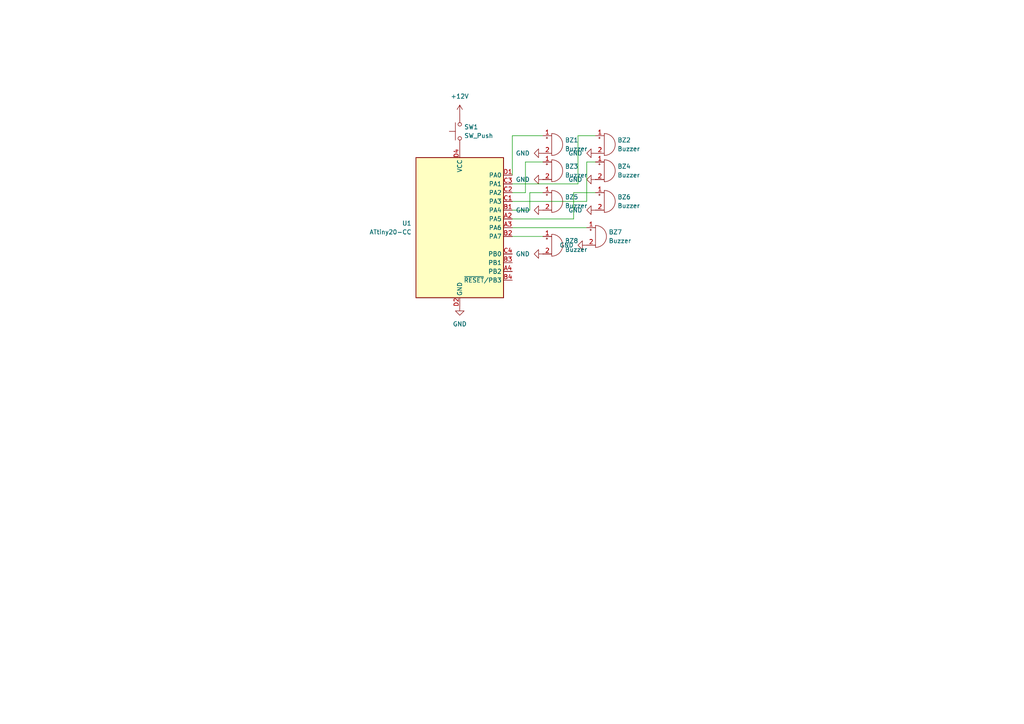
<source format=kicad_sch>
(kicad_sch
	(version 20231120)
	(generator "eeschema")
	(generator_version "8.0")
	(uuid "78988eaf-0f73-4c20-a643-b6b6e8f2bf37")
	(paper "A4")
	(lib_symbols
		(symbol "Device:Buzzer"
			(pin_names
				(offset 0.0254) hide)
			(exclude_from_sim no)
			(in_bom yes)
			(on_board yes)
			(property "Reference" "BZ"
				(at 3.81 1.27 0)
				(effects
					(font
						(size 1.27 1.27)
					)
					(justify left)
				)
			)
			(property "Value" "Buzzer"
				(at 3.81 -1.27 0)
				(effects
					(font
						(size 1.27 1.27)
					)
					(justify left)
				)
			)
			(property "Footprint" ""
				(at -0.635 2.54 90)
				(effects
					(font
						(size 1.27 1.27)
					)
					(hide yes)
				)
			)
			(property "Datasheet" "~"
				(at -0.635 2.54 90)
				(effects
					(font
						(size 1.27 1.27)
					)
					(hide yes)
				)
			)
			(property "Description" "Buzzer, polarized"
				(at 0 0 0)
				(effects
					(font
						(size 1.27 1.27)
					)
					(hide yes)
				)
			)
			(property "ki_keywords" "quartz resonator ceramic"
				(at 0 0 0)
				(effects
					(font
						(size 1.27 1.27)
					)
					(hide yes)
				)
			)
			(property "ki_fp_filters" "*Buzzer*"
				(at 0 0 0)
				(effects
					(font
						(size 1.27 1.27)
					)
					(hide yes)
				)
			)
			(symbol "Buzzer_0_1"
				(arc
					(start 0 -3.175)
					(mid 3.1612 0)
					(end 0 3.175)
					(stroke
						(width 0)
						(type default)
					)
					(fill
						(type none)
					)
				)
				(polyline
					(pts
						(xy -1.651 1.905) (xy -1.143 1.905)
					)
					(stroke
						(width 0)
						(type default)
					)
					(fill
						(type none)
					)
				)
				(polyline
					(pts
						(xy -1.397 2.159) (xy -1.397 1.651)
					)
					(stroke
						(width 0)
						(type default)
					)
					(fill
						(type none)
					)
				)
				(polyline
					(pts
						(xy 0 3.175) (xy 0 -3.175)
					)
					(stroke
						(width 0)
						(type default)
					)
					(fill
						(type none)
					)
				)
			)
			(symbol "Buzzer_1_1"
				(pin passive line
					(at -2.54 2.54 0)
					(length 2.54)
					(name "+"
						(effects
							(font
								(size 1.27 1.27)
							)
						)
					)
					(number "1"
						(effects
							(font
								(size 1.27 1.27)
							)
						)
					)
				)
				(pin passive line
					(at -2.54 -2.54 0)
					(length 2.54)
					(name "-"
						(effects
							(font
								(size 1.27 1.27)
							)
						)
					)
					(number "2"
						(effects
							(font
								(size 1.27 1.27)
							)
						)
					)
				)
			)
		)
		(symbol "MCU_Microchip_ATtiny:ATtiny20-CC"
			(exclude_from_sim no)
			(in_bom yes)
			(on_board yes)
			(property "Reference" "U"
				(at -12.7 21.59 0)
				(effects
					(font
						(size 1.27 1.27)
					)
					(justify left bottom)
				)
			)
			(property "Value" "ATtiny20-CC"
				(at 2.54 -21.59 0)
				(effects
					(font
						(size 1.27 1.27)
					)
					(justify left top)
				)
			)
			(property "Footprint" "Package_BGA:UFBGA-15_3.0x3.0mm_Layout4x4_P0.65mm"
				(at 0 0 0)
				(effects
					(font
						(size 1.27 1.27)
						(italic yes)
					)
					(hide yes)
				)
			)
			(property "Datasheet" "http://ww1.microchip.com/downloads/en/DeviceDoc/atmel-8235-8-bit-avr-microcontroller-attiny20_datasheet.pdf"
				(at 0 0 0)
				(effects
					(font
						(size 1.27 1.27)
					)
					(hide yes)
				)
			)
			(property "Description" "12MHz, 2kB Flash, 128B SRAM, No EEPROM, UFBGA-15"
				(at 0 0 0)
				(effects
					(font
						(size 1.27 1.27)
					)
					(hide yes)
				)
			)
			(property "ki_keywords" "AVR 8bit Microcontroller tinyAVR"
				(at 0 0 0)
				(effects
					(font
						(size 1.27 1.27)
					)
					(hide yes)
				)
			)
			(property "ki_fp_filters" "UFBGA*3.0x3.0mm*Layout4x4*P0.65mm*"
				(at 0 0 0)
				(effects
					(font
						(size 1.27 1.27)
					)
					(hide yes)
				)
			)
			(symbol "ATtiny20-CC_0_1"
				(rectangle
					(start -12.7 -20.32)
					(end 12.7 20.32)
					(stroke
						(width 0.254)
						(type default)
					)
					(fill
						(type background)
					)
				)
			)
			(symbol "ATtiny20-CC_1_1"
				(pin bidirectional line
					(at 15.24 2.54 180)
					(length 2.54)
					(name "PA5"
						(effects
							(font
								(size 1.27 1.27)
							)
						)
					)
					(number "A2"
						(effects
							(font
								(size 1.27 1.27)
							)
						)
					)
				)
				(pin bidirectional line
					(at 15.24 0 180)
					(length 2.54)
					(name "PA6"
						(effects
							(font
								(size 1.27 1.27)
							)
						)
					)
					(number "A3"
						(effects
							(font
								(size 1.27 1.27)
							)
						)
					)
				)
				(pin bidirectional line
					(at 15.24 -12.7 180)
					(length 2.54)
					(name "PB2"
						(effects
							(font
								(size 1.27 1.27)
							)
						)
					)
					(number "A4"
						(effects
							(font
								(size 1.27 1.27)
							)
						)
					)
				)
				(pin bidirectional line
					(at 15.24 5.08 180)
					(length 2.54)
					(name "PA4"
						(effects
							(font
								(size 1.27 1.27)
							)
						)
					)
					(number "B1"
						(effects
							(font
								(size 1.27 1.27)
							)
						)
					)
				)
				(pin bidirectional line
					(at 15.24 -2.54 180)
					(length 2.54)
					(name "PA7"
						(effects
							(font
								(size 1.27 1.27)
							)
						)
					)
					(number "B2"
						(effects
							(font
								(size 1.27 1.27)
							)
						)
					)
				)
				(pin bidirectional line
					(at 15.24 -10.16 180)
					(length 2.54)
					(name "PB1"
						(effects
							(font
								(size 1.27 1.27)
							)
						)
					)
					(number "B3"
						(effects
							(font
								(size 1.27 1.27)
							)
						)
					)
				)
				(pin bidirectional line
					(at 15.24 -15.24 180)
					(length 2.54)
					(name "~{RESET}/PB3"
						(effects
							(font
								(size 1.27 1.27)
							)
						)
					)
					(number "B4"
						(effects
							(font
								(size 1.27 1.27)
							)
						)
					)
				)
				(pin bidirectional line
					(at 15.24 7.62 180)
					(length 2.54)
					(name "PA3"
						(effects
							(font
								(size 1.27 1.27)
							)
						)
					)
					(number "C1"
						(effects
							(font
								(size 1.27 1.27)
							)
						)
					)
				)
				(pin bidirectional line
					(at 15.24 10.16 180)
					(length 2.54)
					(name "PA2"
						(effects
							(font
								(size 1.27 1.27)
							)
						)
					)
					(number "C2"
						(effects
							(font
								(size 1.27 1.27)
							)
						)
					)
				)
				(pin bidirectional line
					(at 15.24 12.7 180)
					(length 2.54)
					(name "PA1"
						(effects
							(font
								(size 1.27 1.27)
							)
						)
					)
					(number "C3"
						(effects
							(font
								(size 1.27 1.27)
							)
						)
					)
				)
				(pin bidirectional line
					(at 15.24 -7.62 180)
					(length 2.54)
					(name "PB0"
						(effects
							(font
								(size 1.27 1.27)
							)
						)
					)
					(number "C4"
						(effects
							(font
								(size 1.27 1.27)
							)
						)
					)
				)
				(pin bidirectional line
					(at 15.24 15.24 180)
					(length 2.54)
					(name "PA0"
						(effects
							(font
								(size 1.27 1.27)
							)
						)
					)
					(number "D1"
						(effects
							(font
								(size 1.27 1.27)
							)
						)
					)
				)
				(pin power_in line
					(at 0 -22.86 90)
					(length 2.54)
					(name "GND"
						(effects
							(font
								(size 1.27 1.27)
							)
						)
					)
					(number "D2"
						(effects
							(font
								(size 1.27 1.27)
							)
						)
					)
				)
				(pin passive line
					(at 0 -22.86 90)
					(length 2.54) hide
					(name "GND"
						(effects
							(font
								(size 1.27 1.27)
							)
						)
					)
					(number "D3"
						(effects
							(font
								(size 1.27 1.27)
							)
						)
					)
				)
				(pin power_in line
					(at 0 22.86 270)
					(length 2.54)
					(name "VCC"
						(effects
							(font
								(size 1.27 1.27)
							)
						)
					)
					(number "D4"
						(effects
							(font
								(size 1.27 1.27)
							)
						)
					)
				)
			)
		)
		(symbol "Switch:SW_Push"
			(pin_numbers hide)
			(pin_names
				(offset 1.016) hide)
			(exclude_from_sim no)
			(in_bom yes)
			(on_board yes)
			(property "Reference" "SW"
				(at 1.27 2.54 0)
				(effects
					(font
						(size 1.27 1.27)
					)
					(justify left)
				)
			)
			(property "Value" "SW_Push"
				(at 0 -1.524 0)
				(effects
					(font
						(size 1.27 1.27)
					)
				)
			)
			(property "Footprint" ""
				(at 0 5.08 0)
				(effects
					(font
						(size 1.27 1.27)
					)
					(hide yes)
				)
			)
			(property "Datasheet" "~"
				(at 0 5.08 0)
				(effects
					(font
						(size 1.27 1.27)
					)
					(hide yes)
				)
			)
			(property "Description" "Push button switch, generic, two pins"
				(at 0 0 0)
				(effects
					(font
						(size 1.27 1.27)
					)
					(hide yes)
				)
			)
			(property "ki_keywords" "switch normally-open pushbutton push-button"
				(at 0 0 0)
				(effects
					(font
						(size 1.27 1.27)
					)
					(hide yes)
				)
			)
			(symbol "SW_Push_0_1"
				(circle
					(center -2.032 0)
					(radius 0.508)
					(stroke
						(width 0)
						(type default)
					)
					(fill
						(type none)
					)
				)
				(polyline
					(pts
						(xy 0 1.27) (xy 0 3.048)
					)
					(stroke
						(width 0)
						(type default)
					)
					(fill
						(type none)
					)
				)
				(polyline
					(pts
						(xy 2.54 1.27) (xy -2.54 1.27)
					)
					(stroke
						(width 0)
						(type default)
					)
					(fill
						(type none)
					)
				)
				(circle
					(center 2.032 0)
					(radius 0.508)
					(stroke
						(width 0)
						(type default)
					)
					(fill
						(type none)
					)
				)
				(pin passive line
					(at -5.08 0 0)
					(length 2.54)
					(name "1"
						(effects
							(font
								(size 1.27 1.27)
							)
						)
					)
					(number "1"
						(effects
							(font
								(size 1.27 1.27)
							)
						)
					)
				)
				(pin passive line
					(at 5.08 0 180)
					(length 2.54)
					(name "2"
						(effects
							(font
								(size 1.27 1.27)
							)
						)
					)
					(number "2"
						(effects
							(font
								(size 1.27 1.27)
							)
						)
					)
				)
			)
		)
		(symbol "power:+12V"
			(power)
			(pin_numbers hide)
			(pin_names
				(offset 0) hide)
			(exclude_from_sim no)
			(in_bom yes)
			(on_board yes)
			(property "Reference" "#PWR"
				(at 0 -3.81 0)
				(effects
					(font
						(size 1.27 1.27)
					)
					(hide yes)
				)
			)
			(property "Value" "+12V"
				(at 0 3.556 0)
				(effects
					(font
						(size 1.27 1.27)
					)
				)
			)
			(property "Footprint" ""
				(at 0 0 0)
				(effects
					(font
						(size 1.27 1.27)
					)
					(hide yes)
				)
			)
			(property "Datasheet" ""
				(at 0 0 0)
				(effects
					(font
						(size 1.27 1.27)
					)
					(hide yes)
				)
			)
			(property "Description" "Power symbol creates a global label with name \"+12V\""
				(at 0 0 0)
				(effects
					(font
						(size 1.27 1.27)
					)
					(hide yes)
				)
			)
			(property "ki_keywords" "global power"
				(at 0 0 0)
				(effects
					(font
						(size 1.27 1.27)
					)
					(hide yes)
				)
			)
			(symbol "+12V_0_1"
				(polyline
					(pts
						(xy -0.762 1.27) (xy 0 2.54)
					)
					(stroke
						(width 0)
						(type default)
					)
					(fill
						(type none)
					)
				)
				(polyline
					(pts
						(xy 0 0) (xy 0 2.54)
					)
					(stroke
						(width 0)
						(type default)
					)
					(fill
						(type none)
					)
				)
				(polyline
					(pts
						(xy 0 2.54) (xy 0.762 1.27)
					)
					(stroke
						(width 0)
						(type default)
					)
					(fill
						(type none)
					)
				)
			)
			(symbol "+12V_1_1"
				(pin power_in line
					(at 0 0 90)
					(length 0)
					(name "~"
						(effects
							(font
								(size 1.27 1.27)
							)
						)
					)
					(number "1"
						(effects
							(font
								(size 1.27 1.27)
							)
						)
					)
				)
			)
		)
		(symbol "power:GND"
			(power)
			(pin_numbers hide)
			(pin_names
				(offset 0) hide)
			(exclude_from_sim no)
			(in_bom yes)
			(on_board yes)
			(property "Reference" "#PWR"
				(at 0 -6.35 0)
				(effects
					(font
						(size 1.27 1.27)
					)
					(hide yes)
				)
			)
			(property "Value" "GND"
				(at 0 -3.81 0)
				(effects
					(font
						(size 1.27 1.27)
					)
				)
			)
			(property "Footprint" ""
				(at 0 0 0)
				(effects
					(font
						(size 1.27 1.27)
					)
					(hide yes)
				)
			)
			(property "Datasheet" ""
				(at 0 0 0)
				(effects
					(font
						(size 1.27 1.27)
					)
					(hide yes)
				)
			)
			(property "Description" "Power symbol creates a global label with name \"GND\" , ground"
				(at 0 0 0)
				(effects
					(font
						(size 1.27 1.27)
					)
					(hide yes)
				)
			)
			(property "ki_keywords" "global power"
				(at 0 0 0)
				(effects
					(font
						(size 1.27 1.27)
					)
					(hide yes)
				)
			)
			(symbol "GND_0_1"
				(polyline
					(pts
						(xy 0 0) (xy 0 -1.27) (xy 1.27 -1.27) (xy 0 -2.54) (xy -1.27 -1.27) (xy 0 -1.27)
					)
					(stroke
						(width 0)
						(type default)
					)
					(fill
						(type none)
					)
				)
			)
			(symbol "GND_1_1"
				(pin power_in line
					(at 0 0 270)
					(length 0)
					(name "~"
						(effects
							(font
								(size 1.27 1.27)
							)
						)
					)
					(number "1"
						(effects
							(font
								(size 1.27 1.27)
							)
						)
					)
				)
			)
		)
	)
	(wire
		(pts
			(xy 148.59 68.58) (xy 157.48 68.58)
		)
		(stroke
			(width 0)
			(type default)
		)
		(uuid "0f0d3f19-ab99-4fa3-a994-269c1f1684f9")
	)
	(wire
		(pts
			(xy 170.18 46.99) (xy 170.18 58.42)
		)
		(stroke
			(width 0)
			(type default)
		)
		(uuid "14fe0ab9-08bc-4c96-9ba4-a782e4a28f58")
	)
	(wire
		(pts
			(xy 172.72 46.99) (xy 170.18 46.99)
		)
		(stroke
			(width 0)
			(type default)
		)
		(uuid "17ff7ef5-affd-4bc5-baeb-6e0f5fac404d")
	)
	(wire
		(pts
			(xy 157.48 55.88) (xy 153.67 55.88)
		)
		(stroke
			(width 0)
			(type default)
		)
		(uuid "1d68a461-207f-4e95-959e-2fb1c7dccb82")
	)
	(wire
		(pts
			(xy 166.37 55.88) (xy 166.37 63.5)
		)
		(stroke
			(width 0)
			(type default)
		)
		(uuid "29f36692-fe16-4a2f-a555-6e00ed3a3fe6")
	)
	(wire
		(pts
			(xy 167.64 53.34) (xy 148.59 53.34)
		)
		(stroke
			(width 0)
			(type default)
		)
		(uuid "5297a7df-1fee-44ea-b29d-eb2d0e76aba8")
	)
	(wire
		(pts
			(xy 153.67 60.96) (xy 148.59 60.96)
		)
		(stroke
			(width 0)
			(type default)
		)
		(uuid "5ab1b8d0-c1ee-4eb6-bd1e-e09d89c9442e")
	)
	(wire
		(pts
			(xy 152.4 46.99) (xy 152.4 55.88)
		)
		(stroke
			(width 0)
			(type default)
		)
		(uuid "70d07f07-1d98-4165-b7a3-1ad967a669e9")
	)
	(wire
		(pts
			(xy 148.59 39.37) (xy 148.59 50.8)
		)
		(stroke
			(width 0)
			(type default)
		)
		(uuid "8064cb4b-bcb2-4c0f-9e6c-27f2bc3d4de5")
	)
	(wire
		(pts
			(xy 152.4 55.88) (xy 148.59 55.88)
		)
		(stroke
			(width 0)
			(type default)
		)
		(uuid "81f20084-a891-492c-bc66-471cf26d0b61")
	)
	(wire
		(pts
			(xy 148.59 66.04) (xy 170.18 66.04)
		)
		(stroke
			(width 0)
			(type default)
		)
		(uuid "85777d20-8d5a-4916-98d6-d51b2361bf72")
	)
	(wire
		(pts
			(xy 148.59 63.5) (xy 166.37 63.5)
		)
		(stroke
			(width 0)
			(type default)
		)
		(uuid "971d74c6-a643-412c-a743-0019a62235d2")
	)
	(wire
		(pts
			(xy 167.64 39.37) (xy 167.64 53.34)
		)
		(stroke
			(width 0)
			(type default)
		)
		(uuid "a485b008-fb1f-4a28-a831-9211fb2a3562")
	)
	(wire
		(pts
			(xy 172.72 39.37) (xy 167.64 39.37)
		)
		(stroke
			(width 0)
			(type default)
		)
		(uuid "ae18d42e-9d9d-42aa-9365-059dbb2dece8")
	)
	(wire
		(pts
			(xy 172.72 55.88) (xy 166.37 55.88)
		)
		(stroke
			(width 0)
			(type default)
		)
		(uuid "b462635f-44cb-4bb0-a589-186495c55911")
	)
	(wire
		(pts
			(xy 157.48 46.99) (xy 152.4 46.99)
		)
		(stroke
			(width 0)
			(type default)
		)
		(uuid "c6e9dd14-dd03-4ae7-8922-3240e7e3f634")
	)
	(wire
		(pts
			(xy 157.48 39.37) (xy 148.59 39.37)
		)
		(stroke
			(width 0)
			(type default)
		)
		(uuid "d26df027-d173-4cd3-a530-d38778c74555")
	)
	(wire
		(pts
			(xy 170.18 58.42) (xy 148.59 58.42)
		)
		(stroke
			(width 0)
			(type default)
		)
		(uuid "f61f853e-e8a8-4235-aacd-04974bdd6a46")
	)
	(wire
		(pts
			(xy 153.67 55.88) (xy 153.67 60.96)
		)
		(stroke
			(width 0)
			(type default)
		)
		(uuid "fc01c75d-34b5-4033-997f-3486bf8f6b00")
	)
	(symbol
		(lib_id "Device:Buzzer")
		(at 172.72 68.58 0)
		(unit 1)
		(exclude_from_sim no)
		(in_bom yes)
		(on_board yes)
		(dnp no)
		(fields_autoplaced yes)
		(uuid "16137cca-b46c-4081-85c7-07f1768ee933")
		(property "Reference" "BZ7"
			(at 176.53 67.3099 0)
			(effects
				(font
					(size 1.27 1.27)
				)
				(justify left)
			)
		)
		(property "Value" "Buzzer"
			(at 176.53 69.8499 0)
			(effects
				(font
					(size 1.27 1.27)
				)
				(justify left)
			)
		)
		(property "Footprint" "Buzzer_Beeper:Buzzer_12x9.5RM7.6"
			(at 172.085 66.04 90)
			(effects
				(font
					(size 1.27 1.27)
				)
				(hide yes)
			)
		)
		(property "Datasheet" "~"
			(at 172.085 66.04 90)
			(effects
				(font
					(size 1.27 1.27)
				)
				(hide yes)
			)
		)
		(property "Description" "Buzzer, polarized"
			(at 172.72 68.58 0)
			(effects
				(font
					(size 1.27 1.27)
				)
				(hide yes)
			)
		)
		(pin "2"
			(uuid "7e9bf8af-b25e-4d60-900c-705e90963426")
		)
		(pin "1"
			(uuid "5c5e6d5a-1281-46cc-be54-6348bcc01e0b")
		)
		(instances
			(project "prova2"
				(path "/78988eaf-0f73-4c20-a643-b6b6e8f2bf37"
					(reference "BZ7")
					(unit 1)
				)
			)
		)
	)
	(symbol
		(lib_id "power:GND")
		(at 172.72 60.96 270)
		(unit 1)
		(exclude_from_sim no)
		(in_bom yes)
		(on_board yes)
		(dnp no)
		(fields_autoplaced yes)
		(uuid "28ed89fc-7c5f-4d9c-8219-28f7ddcf3144")
		(property "Reference" "#PWR03"
			(at 166.37 60.96 0)
			(effects
				(font
					(size 1.27 1.27)
				)
				(hide yes)
			)
		)
		(property "Value" "GND"
			(at 168.91 60.9599 90)
			(effects
				(font
					(size 1.27 1.27)
				)
				(justify right)
			)
		)
		(property "Footprint" ""
			(at 172.72 60.96 0)
			(effects
				(font
					(size 1.27 1.27)
				)
				(hide yes)
			)
		)
		(property "Datasheet" ""
			(at 172.72 60.96 0)
			(effects
				(font
					(size 1.27 1.27)
				)
				(hide yes)
			)
		)
		(property "Description" "Power symbol creates a global label with name \"GND\" , ground"
			(at 172.72 60.96 0)
			(effects
				(font
					(size 1.27 1.27)
				)
				(hide yes)
			)
		)
		(pin "1"
			(uuid "0b6c9eea-b85c-4fa1-b466-b91c80fecb0f")
		)
		(instances
			(project "prova2"
				(path "/78988eaf-0f73-4c20-a643-b6b6e8f2bf37"
					(reference "#PWR03")
					(unit 1)
				)
			)
		)
	)
	(symbol
		(lib_id "Device:Buzzer")
		(at 175.26 58.42 0)
		(unit 1)
		(exclude_from_sim no)
		(in_bom yes)
		(on_board yes)
		(dnp no)
		(fields_autoplaced yes)
		(uuid "3584d23f-631f-4ff0-a84d-1e2d1ab9d80b")
		(property "Reference" "BZ6"
			(at 179.07 57.1499 0)
			(effects
				(font
					(size 1.27 1.27)
				)
				(justify left)
			)
		)
		(property "Value" "Buzzer"
			(at 179.07 59.6899 0)
			(effects
				(font
					(size 1.27 1.27)
				)
				(justify left)
			)
		)
		(property "Footprint" "Buzzer_Beeper:Buzzer_12x9.5RM7.6"
			(at 174.625 55.88 90)
			(effects
				(font
					(size 1.27 1.27)
				)
				(hide yes)
			)
		)
		(property "Datasheet" "~"
			(at 174.625 55.88 90)
			(effects
				(font
					(size 1.27 1.27)
				)
				(hide yes)
			)
		)
		(property "Description" "Buzzer, polarized"
			(at 175.26 58.42 0)
			(effects
				(font
					(size 1.27 1.27)
				)
				(hide yes)
			)
		)
		(pin "2"
			(uuid "31f17995-87a1-48f2-8e70-04ccb4c1efb6")
		)
		(pin "1"
			(uuid "f5185955-6901-46db-8744-beb4bc75f04e")
		)
		(instances
			(project "prova2"
				(path "/78988eaf-0f73-4c20-a643-b6b6e8f2bf37"
					(reference "BZ6")
					(unit 1)
				)
			)
		)
	)
	(symbol
		(lib_id "Device:Buzzer")
		(at 160.02 49.53 0)
		(unit 1)
		(exclude_from_sim no)
		(in_bom yes)
		(on_board yes)
		(dnp no)
		(fields_autoplaced yes)
		(uuid "3aa9b367-b1ed-41b3-864e-b77e03f13fb5")
		(property "Reference" "BZ3"
			(at 163.83 48.2599 0)
			(effects
				(font
					(size 1.27 1.27)
				)
				(justify left)
			)
		)
		(property "Value" "Buzzer"
			(at 163.83 50.7999 0)
			(effects
				(font
					(size 1.27 1.27)
				)
				(justify left)
			)
		)
		(property "Footprint" "Buzzer_Beeper:Buzzer_12x9.5RM7.6"
			(at 159.385 46.99 90)
			(effects
				(font
					(size 1.27 1.27)
				)
				(hide yes)
			)
		)
		(property "Datasheet" "~"
			(at 159.385 46.99 90)
			(effects
				(font
					(size 1.27 1.27)
				)
				(hide yes)
			)
		)
		(property "Description" "Buzzer, polarized"
			(at 160.02 49.53 0)
			(effects
				(font
					(size 1.27 1.27)
				)
				(hide yes)
			)
		)
		(pin "2"
			(uuid "466f0fb5-c19b-45de-b1b1-c9f641c4570b")
		)
		(pin "1"
			(uuid "8d4b8897-f04d-4c81-8fb0-9be6efebe5a0")
		)
		(instances
			(project "prova2"
				(path "/78988eaf-0f73-4c20-a643-b6b6e8f2bf37"
					(reference "BZ3")
					(unit 1)
				)
			)
		)
	)
	(symbol
		(lib_id "power:GND")
		(at 172.72 52.07 270)
		(unit 1)
		(exclude_from_sim no)
		(in_bom yes)
		(on_board yes)
		(dnp no)
		(fields_autoplaced yes)
		(uuid "3c644e60-9377-4a69-ae88-6993024c68ba")
		(property "Reference" "#PWR07"
			(at 166.37 52.07 0)
			(effects
				(font
					(size 1.27 1.27)
				)
				(hide yes)
			)
		)
		(property "Value" "GND"
			(at 168.91 52.0699 90)
			(effects
				(font
					(size 1.27 1.27)
				)
				(justify right)
			)
		)
		(property "Footprint" ""
			(at 172.72 52.07 0)
			(effects
				(font
					(size 1.27 1.27)
				)
				(hide yes)
			)
		)
		(property "Datasheet" ""
			(at 172.72 52.07 0)
			(effects
				(font
					(size 1.27 1.27)
				)
				(hide yes)
			)
		)
		(property "Description" "Power symbol creates a global label with name \"GND\" , ground"
			(at 172.72 52.07 0)
			(effects
				(font
					(size 1.27 1.27)
				)
				(hide yes)
			)
		)
		(pin "1"
			(uuid "3984398d-1dfb-4bd0-b9ce-f36d79037d0b")
		)
		(instances
			(project "prova2"
				(path "/78988eaf-0f73-4c20-a643-b6b6e8f2bf37"
					(reference "#PWR07")
					(unit 1)
				)
			)
		)
	)
	(symbol
		(lib_id "power:GND")
		(at 133.35 88.9 0)
		(unit 1)
		(exclude_from_sim no)
		(in_bom yes)
		(on_board yes)
		(dnp no)
		(fields_autoplaced yes)
		(uuid "5375eaa8-4b51-4e5f-bcad-9203e1289b42")
		(property "Reference" "#PWR08"
			(at 133.35 95.25 0)
			(effects
				(font
					(size 1.27 1.27)
				)
				(hide yes)
			)
		)
		(property "Value" "GND"
			(at 133.35 93.98 0)
			(effects
				(font
					(size 1.27 1.27)
				)
			)
		)
		(property "Footprint" ""
			(at 133.35 88.9 0)
			(effects
				(font
					(size 1.27 1.27)
				)
				(hide yes)
			)
		)
		(property "Datasheet" ""
			(at 133.35 88.9 0)
			(effects
				(font
					(size 1.27 1.27)
				)
				(hide yes)
			)
		)
		(property "Description" "Power symbol creates a global label with name \"GND\" , ground"
			(at 133.35 88.9 0)
			(effects
				(font
					(size 1.27 1.27)
				)
				(hide yes)
			)
		)
		(pin "1"
			(uuid "34b1ad04-aa03-4ab1-bd8c-429eccf00ccc")
		)
		(instances
			(project "prova2"
				(path "/78988eaf-0f73-4c20-a643-b6b6e8f2bf37"
					(reference "#PWR08")
					(unit 1)
				)
			)
		)
	)
	(symbol
		(lib_id "power:GND")
		(at 157.48 52.07 270)
		(unit 1)
		(exclude_from_sim no)
		(in_bom yes)
		(on_board yes)
		(dnp no)
		(fields_autoplaced yes)
		(uuid "567630a3-f6f3-4fcd-bcff-ce672bf2c251")
		(property "Reference" "#PWR05"
			(at 151.13 52.07 0)
			(effects
				(font
					(size 1.27 1.27)
				)
				(hide yes)
			)
		)
		(property "Value" "GND"
			(at 153.67 52.0699 90)
			(effects
				(font
					(size 1.27 1.27)
				)
				(justify right)
			)
		)
		(property "Footprint" ""
			(at 157.48 52.07 0)
			(effects
				(font
					(size 1.27 1.27)
				)
				(hide yes)
			)
		)
		(property "Datasheet" ""
			(at 157.48 52.07 0)
			(effects
				(font
					(size 1.27 1.27)
				)
				(hide yes)
			)
		)
		(property "Description" "Power symbol creates a global label with name \"GND\" , ground"
			(at 157.48 52.07 0)
			(effects
				(font
					(size 1.27 1.27)
				)
				(hide yes)
			)
		)
		(pin "1"
			(uuid "9474fdee-81cd-415a-996f-b80130b95ddd")
		)
		(instances
			(project "prova2"
				(path "/78988eaf-0f73-4c20-a643-b6b6e8f2bf37"
					(reference "#PWR05")
					(unit 1)
				)
			)
		)
	)
	(symbol
		(lib_id "power:GND")
		(at 157.48 60.96 270)
		(unit 1)
		(exclude_from_sim no)
		(in_bom yes)
		(on_board yes)
		(dnp no)
		(fields_autoplaced yes)
		(uuid "58c7819c-008f-4702-918e-eabc122b8610")
		(property "Reference" "#PWR04"
			(at 151.13 60.96 0)
			(effects
				(font
					(size 1.27 1.27)
				)
				(hide yes)
			)
		)
		(property "Value" "GND"
			(at 153.67 60.9599 90)
			(effects
				(font
					(size 1.27 1.27)
				)
				(justify right)
			)
		)
		(property "Footprint" ""
			(at 157.48 60.96 0)
			(effects
				(font
					(size 1.27 1.27)
				)
				(hide yes)
			)
		)
		(property "Datasheet" ""
			(at 157.48 60.96 0)
			(effects
				(font
					(size 1.27 1.27)
				)
				(hide yes)
			)
		)
		(property "Description" "Power symbol creates a global label with name \"GND\" , ground"
			(at 157.48 60.96 0)
			(effects
				(font
					(size 1.27 1.27)
				)
				(hide yes)
			)
		)
		(pin "1"
			(uuid "e8f29772-3424-498c-b366-5a0a92bfc413")
		)
		(instances
			(project "prova2"
				(path "/78988eaf-0f73-4c20-a643-b6b6e8f2bf37"
					(reference "#PWR04")
					(unit 1)
				)
			)
		)
	)
	(symbol
		(lib_id "Device:Buzzer")
		(at 175.26 41.91 0)
		(unit 1)
		(exclude_from_sim no)
		(in_bom yes)
		(on_board yes)
		(dnp no)
		(fields_autoplaced yes)
		(uuid "610cbf4c-251a-40e3-bb96-fc8177647477")
		(property "Reference" "BZ2"
			(at 179.07 40.6399 0)
			(effects
				(font
					(size 1.27 1.27)
				)
				(justify left)
			)
		)
		(property "Value" "Buzzer"
			(at 179.07 43.1799 0)
			(effects
				(font
					(size 1.27 1.27)
				)
				(justify left)
			)
		)
		(property "Footprint" "Buzzer_Beeper:Buzzer_12x9.5RM7.6"
			(at 174.625 39.37 90)
			(effects
				(font
					(size 1.27 1.27)
				)
				(hide yes)
			)
		)
		(property "Datasheet" "~"
			(at 174.625 39.37 90)
			(effects
				(font
					(size 1.27 1.27)
				)
				(hide yes)
			)
		)
		(property "Description" "Buzzer, polarized"
			(at 175.26 41.91 0)
			(effects
				(font
					(size 1.27 1.27)
				)
				(hide yes)
			)
		)
		(pin "2"
			(uuid "127da5e3-74db-40cb-ab98-c0d9241dd26d")
		)
		(pin "1"
			(uuid "271fab87-20fb-4730-9a18-d9189c067717")
		)
		(instances
			(project "prova2"
				(path "/78988eaf-0f73-4c20-a643-b6b6e8f2bf37"
					(reference "BZ2")
					(unit 1)
				)
			)
		)
	)
	(symbol
		(lib_id "power:GND")
		(at 157.48 44.45 270)
		(unit 1)
		(exclude_from_sim no)
		(in_bom yes)
		(on_board yes)
		(dnp no)
		(fields_autoplaced yes)
		(uuid "77fa03b3-e0ac-418a-bbf3-101c83415e1c")
		(property "Reference" "#PWR06"
			(at 151.13 44.45 0)
			(effects
				(font
					(size 1.27 1.27)
				)
				(hide yes)
			)
		)
		(property "Value" "GND"
			(at 153.67 44.4499 90)
			(effects
				(font
					(size 1.27 1.27)
				)
				(justify right)
			)
		)
		(property "Footprint" ""
			(at 157.48 44.45 0)
			(effects
				(font
					(size 1.27 1.27)
				)
				(hide yes)
			)
		)
		(property "Datasheet" ""
			(at 157.48 44.45 0)
			(effects
				(font
					(size 1.27 1.27)
				)
				(hide yes)
			)
		)
		(property "Description" "Power symbol creates a global label with name \"GND\" , ground"
			(at 157.48 44.45 0)
			(effects
				(font
					(size 1.27 1.27)
				)
				(hide yes)
			)
		)
		(pin "1"
			(uuid "8ff9c695-2c78-4e6a-8b7f-7164daf2917b")
		)
		(instances
			(project "prova2"
				(path "/78988eaf-0f73-4c20-a643-b6b6e8f2bf37"
					(reference "#PWR06")
					(unit 1)
				)
			)
		)
	)
	(symbol
		(lib_id "power:GND")
		(at 172.72 44.45 270)
		(unit 1)
		(exclude_from_sim no)
		(in_bom yes)
		(on_board yes)
		(dnp no)
		(fields_autoplaced yes)
		(uuid "84d3ced5-de2d-4d62-a101-2d3abe31b4f8")
		(property "Reference" "#PWR09"
			(at 166.37 44.45 0)
			(effects
				(font
					(size 1.27 1.27)
				)
				(hide yes)
			)
		)
		(property "Value" "GND"
			(at 168.91 44.4499 90)
			(effects
				(font
					(size 1.27 1.27)
				)
				(justify right)
			)
		)
		(property "Footprint" ""
			(at 172.72 44.45 0)
			(effects
				(font
					(size 1.27 1.27)
				)
				(hide yes)
			)
		)
		(property "Datasheet" ""
			(at 172.72 44.45 0)
			(effects
				(font
					(size 1.27 1.27)
				)
				(hide yes)
			)
		)
		(property "Description" "Power symbol creates a global label with name \"GND\" , ground"
			(at 172.72 44.45 0)
			(effects
				(font
					(size 1.27 1.27)
				)
				(hide yes)
			)
		)
		(pin "1"
			(uuid "5cfad958-1a7a-4855-892c-e617d14b4431")
		)
		(instances
			(project "prova2"
				(path "/78988eaf-0f73-4c20-a643-b6b6e8f2bf37"
					(reference "#PWR09")
					(unit 1)
				)
			)
		)
	)
	(symbol
		(lib_id "power:+12V")
		(at 133.35 33.02 0)
		(unit 1)
		(exclude_from_sim no)
		(in_bom yes)
		(on_board yes)
		(dnp no)
		(fields_autoplaced yes)
		(uuid "970d6257-23e1-4662-b9c8-aabdc3f50122")
		(property "Reference" "#PWR010"
			(at 133.35 36.83 0)
			(effects
				(font
					(size 1.27 1.27)
				)
				(hide yes)
			)
		)
		(property "Value" "+12V"
			(at 133.35 27.94 0)
			(effects
				(font
					(size 1.27 1.27)
				)
			)
		)
		(property "Footprint" ""
			(at 133.35 33.02 0)
			(effects
				(font
					(size 1.27 1.27)
				)
				(hide yes)
			)
		)
		(property "Datasheet" ""
			(at 133.35 33.02 0)
			(effects
				(font
					(size 1.27 1.27)
				)
				(hide yes)
			)
		)
		(property "Description" "Power symbol creates a global label with name \"+12V\""
			(at 133.35 33.02 0)
			(effects
				(font
					(size 1.27 1.27)
				)
				(hide yes)
			)
		)
		(pin "1"
			(uuid "e723330e-b578-4794-bd63-e6d9dbf4a917")
		)
		(instances
			(project ""
				(path "/78988eaf-0f73-4c20-a643-b6b6e8f2bf37"
					(reference "#PWR010")
					(unit 1)
				)
			)
		)
	)
	(symbol
		(lib_id "Device:Buzzer")
		(at 160.02 41.91 0)
		(unit 1)
		(exclude_from_sim no)
		(in_bom yes)
		(on_board yes)
		(dnp no)
		(fields_autoplaced yes)
		(uuid "9bcc34f2-0d3c-4d6d-9624-847d66662a9a")
		(property "Reference" "BZ1"
			(at 163.83 40.6399 0)
			(effects
				(font
					(size 1.27 1.27)
				)
				(justify left)
			)
		)
		(property "Value" "Buzzer"
			(at 163.83 43.1799 0)
			(effects
				(font
					(size 1.27 1.27)
				)
				(justify left)
			)
		)
		(property "Footprint" "Buzzer_Beeper:Buzzer_12x9.5RM7.6"
			(at 159.385 39.37 90)
			(effects
				(font
					(size 1.27 1.27)
				)
				(hide yes)
			)
		)
		(property "Datasheet" "~"
			(at 159.385 39.37 90)
			(effects
				(font
					(size 1.27 1.27)
				)
				(hide yes)
			)
		)
		(property "Description" "Buzzer, polarized"
			(at 160.02 41.91 0)
			(effects
				(font
					(size 1.27 1.27)
				)
				(hide yes)
			)
		)
		(pin "2"
			(uuid "9a86c491-770b-4b39-aa7c-5018ed8f21ac")
		)
		(pin "1"
			(uuid "0f22512b-ba50-42c5-baea-ce8ed64c5110")
		)
		(instances
			(project ""
				(path "/78988eaf-0f73-4c20-a643-b6b6e8f2bf37"
					(reference "BZ1")
					(unit 1)
				)
			)
		)
	)
	(symbol
		(lib_id "MCU_Microchip_ATtiny:ATtiny20-CC")
		(at 133.35 66.04 0)
		(unit 1)
		(exclude_from_sim no)
		(in_bom yes)
		(on_board yes)
		(dnp no)
		(fields_autoplaced yes)
		(uuid "b349e6e9-2ff6-4e5e-8936-7984981079e4")
		(property "Reference" "U1"
			(at 119.38 64.7699 0)
			(effects
				(font
					(size 1.27 1.27)
				)
				(justify right)
			)
		)
		(property "Value" "ATtiny20-CC"
			(at 119.38 67.3099 0)
			(effects
				(font
					(size 1.27 1.27)
				)
				(justify right)
			)
		)
		(property "Footprint" "Package_BGA:UFBGA-15_3.0x3.0mm_Layout4x4_P0.65mm"
			(at 133.35 66.04 0)
			(effects
				(font
					(size 1.27 1.27)
					(italic yes)
				)
				(hide yes)
			)
		)
		(property "Datasheet" "http://ww1.microchip.com/downloads/en/DeviceDoc/atmel-8235-8-bit-avr-microcontroller-attiny20_datasheet.pdf"
			(at 133.35 66.04 0)
			(effects
				(font
					(size 1.27 1.27)
				)
				(hide yes)
			)
		)
		(property "Description" "12MHz, 2kB Flash, 128B SRAM, No EEPROM, UFBGA-15"
			(at 133.35 66.04 0)
			(effects
				(font
					(size 1.27 1.27)
				)
				(hide yes)
			)
		)
		(pin "A3"
			(uuid "3df2bccf-1dfe-45a1-a30a-8e2377a249f3")
		)
		(pin "C1"
			(uuid "fce90d8e-1423-490f-a689-2e3de7c4902e")
		)
		(pin "B4"
			(uuid "a5ffbd4f-d300-45d5-90ed-8bab4bdad22d")
		)
		(pin "D2"
			(uuid "7a8fc169-951f-422f-baf7-63d00411a261")
		)
		(pin "C4"
			(uuid "f220a8ce-cd0e-4d4e-a785-af47d1c84a14")
		)
		(pin "A4"
			(uuid "776e0817-2c65-4777-8653-e2849256fe3b")
		)
		(pin "D3"
			(uuid "db38dccf-9bd4-4975-a01c-164f662f5a39")
		)
		(pin "C2"
			(uuid "cc388a99-def2-4f39-8a7b-3de5e5374f09")
		)
		(pin "B1"
			(uuid "cbd7842d-138a-4aa7-8258-e2895680065f")
		)
		(pin "C3"
			(uuid "3fbd855e-d69e-4faf-a7e9-c6bb70598cca")
		)
		(pin "B3"
			(uuid "6c16d883-f6f0-47e2-a0da-cd8287802ebb")
		)
		(pin "D1"
			(uuid "e507fec2-9fa3-4bd1-b900-3a30dddf8229")
		)
		(pin "B2"
			(uuid "5545cc4b-d6e9-43b1-b016-23ba1c1f04c8")
		)
		(pin "A2"
			(uuid "8008fba4-544f-4912-84c6-7eb767d8c477")
		)
		(pin "D4"
			(uuid "bc0c8cb9-2a08-4632-8552-896a8537b5d0")
		)
		(instances
			(project ""
				(path "/78988eaf-0f73-4c20-a643-b6b6e8f2bf37"
					(reference "U1")
					(unit 1)
				)
			)
		)
	)
	(symbol
		(lib_id "Device:Buzzer")
		(at 160.02 71.12 0)
		(unit 1)
		(exclude_from_sim no)
		(in_bom yes)
		(on_board yes)
		(dnp no)
		(fields_autoplaced yes)
		(uuid "b496eb37-c33b-4d67-bb9b-4d375bc4aac6")
		(property "Reference" "BZ8"
			(at 163.83 69.8499 0)
			(effects
				(font
					(size 1.27 1.27)
				)
				(justify left)
			)
		)
		(property "Value" "Buzzer"
			(at 163.83 72.3899 0)
			(effects
				(font
					(size 1.27 1.27)
				)
				(justify left)
			)
		)
		(property "Footprint" "Buzzer_Beeper:Buzzer_Murata_PKMCS0909E"
			(at 159.385 68.58 90)
			(effects
				(font
					(size 1.27 1.27)
				)
				(hide yes)
			)
		)
		(property "Datasheet" "~"
			(at 159.385 68.58 90)
			(effects
				(font
					(size 1.27 1.27)
				)
				(hide yes)
			)
		)
		(property "Description" "Buzzer, polarized"
			(at 160.02 71.12 0)
			(effects
				(font
					(size 1.27 1.27)
				)
				(hide yes)
			)
		)
		(pin "2"
			(uuid "b610ffbe-4d30-4edd-bc06-e5135f37390f")
		)
		(pin "1"
			(uuid "551b0b7e-db5e-4791-aac2-edeb902f33bd")
		)
		(instances
			(project "prova2"
				(path "/78988eaf-0f73-4c20-a643-b6b6e8f2bf37"
					(reference "BZ8")
					(unit 1)
				)
			)
		)
	)
	(symbol
		(lib_id "Switch:SW_Push")
		(at 133.35 38.1 90)
		(unit 1)
		(exclude_from_sim no)
		(in_bom yes)
		(on_board yes)
		(dnp no)
		(fields_autoplaced yes)
		(uuid "ba218bea-25a3-48bb-a086-cf0475afe6a2")
		(property "Reference" "SW1"
			(at 134.62 36.8299 90)
			(effects
				(font
					(size 1.27 1.27)
				)
				(justify right)
			)
		)
		(property "Value" "SW_Push"
			(at 134.62 39.3699 90)
			(effects
				(font
					(size 1.27 1.27)
				)
				(justify right)
			)
		)
		(property "Footprint" "Button_Switch_THT:SW_PUSH-12mm"
			(at 128.27 38.1 0)
			(effects
				(font
					(size 1.27 1.27)
				)
				(hide yes)
			)
		)
		(property "Datasheet" "~"
			(at 128.27 38.1 0)
			(effects
				(font
					(size 1.27 1.27)
				)
				(hide yes)
			)
		)
		(property "Description" "Push button switch, generic, two pins"
			(at 133.35 38.1 0)
			(effects
				(font
					(size 1.27 1.27)
				)
				(hide yes)
			)
		)
		(pin "2"
			(uuid "fc82fcb0-ddb7-4838-8a0c-54efaf50f533")
		)
		(pin "1"
			(uuid "26919b39-31d9-4368-93ec-d726d9f985ac")
		)
		(instances
			(project ""
				(path "/78988eaf-0f73-4c20-a643-b6b6e8f2bf37"
					(reference "SW1")
					(unit 1)
				)
			)
		)
	)
	(symbol
		(lib_id "Device:Buzzer")
		(at 160.02 58.42 0)
		(unit 1)
		(exclude_from_sim no)
		(in_bom yes)
		(on_board yes)
		(dnp no)
		(fields_autoplaced yes)
		(uuid "bb6076c9-3d7e-4c92-adad-f56407b176cd")
		(property "Reference" "BZ5"
			(at 163.83 57.1499 0)
			(effects
				(font
					(size 1.27 1.27)
				)
				(justify left)
			)
		)
		(property "Value" "Buzzer"
			(at 163.83 59.6899 0)
			(effects
				(font
					(size 1.27 1.27)
				)
				(justify left)
			)
		)
		(property "Footprint" "Buzzer_Beeper:Buzzer_12x9.5RM7.6"
			(at 159.385 55.88 90)
			(effects
				(font
					(size 1.27 1.27)
				)
				(hide yes)
			)
		)
		(property "Datasheet" "~"
			(at 159.385 55.88 90)
			(effects
				(font
					(size 1.27 1.27)
				)
				(hide yes)
			)
		)
		(property "Description" "Buzzer, polarized"
			(at 160.02 58.42 0)
			(effects
				(font
					(size 1.27 1.27)
				)
				(hide yes)
			)
		)
		(pin "2"
			(uuid "e2b1b3e7-30de-4636-bdd5-22e700402cfa")
		)
		(pin "1"
			(uuid "9b433c84-5b58-4132-bdbf-6dbaaa8e1788")
		)
		(instances
			(project "prova2"
				(path "/78988eaf-0f73-4c20-a643-b6b6e8f2bf37"
					(reference "BZ5")
					(unit 1)
				)
			)
		)
	)
	(symbol
		(lib_id "power:GND")
		(at 157.48 73.66 270)
		(unit 1)
		(exclude_from_sim no)
		(in_bom yes)
		(on_board yes)
		(dnp no)
		(fields_autoplaced yes)
		(uuid "cd13a8cd-7c8c-4d97-849f-18d2261e5039")
		(property "Reference" "#PWR01"
			(at 151.13 73.66 0)
			(effects
				(font
					(size 1.27 1.27)
				)
				(hide yes)
			)
		)
		(property "Value" "GND"
			(at 153.67 73.6599 90)
			(effects
				(font
					(size 1.27 1.27)
				)
				(justify right)
			)
		)
		(property "Footprint" ""
			(at 157.48 73.66 0)
			(effects
				(font
					(size 1.27 1.27)
				)
				(hide yes)
			)
		)
		(property "Datasheet" ""
			(at 157.48 73.66 0)
			(effects
				(font
					(size 1.27 1.27)
				)
				(hide yes)
			)
		)
		(property "Description" "Power symbol creates a global label with name \"GND\" , ground"
			(at 157.48 73.66 0)
			(effects
				(font
					(size 1.27 1.27)
				)
				(hide yes)
			)
		)
		(pin "1"
			(uuid "e32a3a6d-ace2-4cf7-acd0-5ba7a6ae32f3")
		)
		(instances
			(project ""
				(path "/78988eaf-0f73-4c20-a643-b6b6e8f2bf37"
					(reference "#PWR01")
					(unit 1)
				)
			)
		)
	)
	(symbol
		(lib_id "Device:Buzzer")
		(at 175.26 49.53 0)
		(unit 1)
		(exclude_from_sim no)
		(in_bom yes)
		(on_board yes)
		(dnp no)
		(fields_autoplaced yes)
		(uuid "d001f017-6b23-41aa-be06-11a9d7e018f5")
		(property "Reference" "BZ4"
			(at 179.07 48.2599 0)
			(effects
				(font
					(size 1.27 1.27)
				)
				(justify left)
			)
		)
		(property "Value" "Buzzer"
			(at 179.07 50.7999 0)
			(effects
				(font
					(size 1.27 1.27)
				)
				(justify left)
			)
		)
		(property "Footprint" "Buzzer_Beeper:Buzzer_12x9.5RM7.6"
			(at 174.625 46.99 90)
			(effects
				(font
					(size 1.27 1.27)
				)
				(hide yes)
			)
		)
		(property "Datasheet" "~"
			(at 174.625 46.99 90)
			(effects
				(font
					(size 1.27 1.27)
				)
				(hide yes)
			)
		)
		(property "Description" "Buzzer, polarized"
			(at 175.26 49.53 0)
			(effects
				(font
					(size 1.27 1.27)
				)
				(hide yes)
			)
		)
		(pin "2"
			(uuid "fff13bbf-31a2-40da-84c3-bd374c1dd67f")
		)
		(pin "1"
			(uuid "e1aad704-31f3-4e93-be8b-f1208e2cf536")
		)
		(instances
			(project "prova2"
				(path "/78988eaf-0f73-4c20-a643-b6b6e8f2bf37"
					(reference "BZ4")
					(unit 1)
				)
			)
		)
	)
	(symbol
		(lib_id "power:GND")
		(at 170.18 71.12 270)
		(unit 1)
		(exclude_from_sim no)
		(in_bom yes)
		(on_board yes)
		(dnp no)
		(fields_autoplaced yes)
		(uuid "ee452d4d-6b8d-423e-bcdc-221bbbb4e1cb")
		(property "Reference" "#PWR02"
			(at 163.83 71.12 0)
			(effects
				(font
					(size 1.27 1.27)
				)
				(hide yes)
			)
		)
		(property "Value" "GND"
			(at 166.37 71.1199 90)
			(effects
				(font
					(size 1.27 1.27)
				)
				(justify right)
			)
		)
		(property "Footprint" ""
			(at 170.18 71.12 0)
			(effects
				(font
					(size 1.27 1.27)
				)
				(hide yes)
			)
		)
		(property "Datasheet" ""
			(at 170.18 71.12 0)
			(effects
				(font
					(size 1.27 1.27)
				)
				(hide yes)
			)
		)
		(property "Description" "Power symbol creates a global label with name \"GND\" , ground"
			(at 170.18 71.12 0)
			(effects
				(font
					(size 1.27 1.27)
				)
				(hide yes)
			)
		)
		(pin "1"
			(uuid "96671cbf-7aaa-44c8-b2f6-c70e6da097a0")
		)
		(instances
			(project ""
				(path "/78988eaf-0f73-4c20-a643-b6b6e8f2bf37"
					(reference "#PWR02")
					(unit 1)
				)
			)
		)
	)
	(sheet_instances
		(path "/"
			(page "1")
		)
	)
)

</source>
